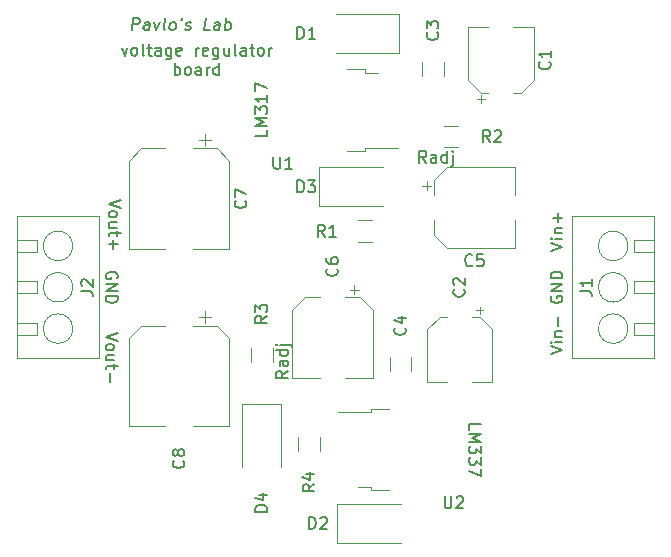
<source format=gbr>
%TF.GenerationSoftware,KiCad,Pcbnew,(5.1.6-0)*%
%TF.CreationDate,2024-01-11T20:35:38-08:00*%
%TF.ProjectId,psu_15V_reg,7073755f-3135-4565-9f72-65672e6b6963,1.0*%
%TF.SameCoordinates,Original*%
%TF.FileFunction,Legend,Top*%
%TF.FilePolarity,Positive*%
%FSLAX46Y46*%
G04 Gerber Fmt 4.6, Leading zero omitted, Abs format (unit mm)*
G04 Created by KiCad (PCBNEW (5.1.6-0)) date 2024-01-11 20:35:38*
%MOMM*%
%LPD*%
G01*
G04 APERTURE LIST*
%ADD10C,0.150000*%
%ADD11C,0.120000*%
G04 APERTURE END LIST*
D10*
X143797619Y-114559523D02*
X143797619Y-114083333D01*
X144797619Y-114083333D01*
X143797619Y-114892857D02*
X144797619Y-114892857D01*
X144083333Y-115226190D01*
X144797619Y-115559523D01*
X143797619Y-115559523D01*
X144797619Y-115940476D02*
X144797619Y-116559523D01*
X144416666Y-116226190D01*
X144416666Y-116369047D01*
X144369047Y-116464285D01*
X144321428Y-116511904D01*
X144226190Y-116559523D01*
X143988095Y-116559523D01*
X143892857Y-116511904D01*
X143845238Y-116464285D01*
X143797619Y-116369047D01*
X143797619Y-116083333D01*
X143845238Y-115988095D01*
X143892857Y-115940476D01*
X144797619Y-116892857D02*
X144797619Y-117511904D01*
X144416666Y-117178571D01*
X144416666Y-117321428D01*
X144369047Y-117416666D01*
X144321428Y-117464285D01*
X144226190Y-117511904D01*
X143988095Y-117511904D01*
X143892857Y-117464285D01*
X143845238Y-117416666D01*
X143797619Y-117321428D01*
X143797619Y-117035714D01*
X143845238Y-116940476D01*
X143892857Y-116892857D01*
X144797619Y-117845238D02*
X144797619Y-118511904D01*
X143797619Y-118083333D01*
X126702380Y-89190476D02*
X126702380Y-89666666D01*
X125702380Y-89666666D01*
X126702380Y-88857142D02*
X125702380Y-88857142D01*
X126416666Y-88523809D01*
X125702380Y-88190476D01*
X126702380Y-88190476D01*
X125702380Y-87809523D02*
X125702380Y-87190476D01*
X126083333Y-87523809D01*
X126083333Y-87380952D01*
X126130952Y-87285714D01*
X126178571Y-87238095D01*
X126273809Y-87190476D01*
X126511904Y-87190476D01*
X126607142Y-87238095D01*
X126654761Y-87285714D01*
X126702380Y-87380952D01*
X126702380Y-87666666D01*
X126654761Y-87761904D01*
X126607142Y-87809523D01*
X126702380Y-86238095D02*
X126702380Y-86809523D01*
X126702380Y-86523809D02*
X125702380Y-86523809D01*
X125845238Y-86619047D01*
X125940476Y-86714285D01*
X125988095Y-86809523D01*
X125702380Y-85904761D02*
X125702380Y-85238095D01*
X126702380Y-85666666D01*
X140166666Y-91952380D02*
X139833333Y-91476190D01*
X139595238Y-91952380D02*
X139595238Y-90952380D01*
X139976190Y-90952380D01*
X140071428Y-91000000D01*
X140119047Y-91047619D01*
X140166666Y-91142857D01*
X140166666Y-91285714D01*
X140119047Y-91380952D01*
X140071428Y-91428571D01*
X139976190Y-91476190D01*
X139595238Y-91476190D01*
X141023809Y-91952380D02*
X141023809Y-91428571D01*
X140976190Y-91333333D01*
X140880952Y-91285714D01*
X140690476Y-91285714D01*
X140595238Y-91333333D01*
X141023809Y-91904761D02*
X140928571Y-91952380D01*
X140690476Y-91952380D01*
X140595238Y-91904761D01*
X140547619Y-91809523D01*
X140547619Y-91714285D01*
X140595238Y-91619047D01*
X140690476Y-91571428D01*
X140928571Y-91571428D01*
X141023809Y-91523809D01*
X141928571Y-91952380D02*
X141928571Y-90952380D01*
X141928571Y-91904761D02*
X141833333Y-91952380D01*
X141642857Y-91952380D01*
X141547619Y-91904761D01*
X141500000Y-91857142D01*
X141452380Y-91761904D01*
X141452380Y-91476190D01*
X141500000Y-91380952D01*
X141547619Y-91333333D01*
X141642857Y-91285714D01*
X141833333Y-91285714D01*
X141928571Y-91333333D01*
X142404761Y-91285714D02*
X142404761Y-92142857D01*
X142357142Y-92238095D01*
X142261904Y-92285714D01*
X142214285Y-92285714D01*
X142404761Y-90952380D02*
X142357142Y-91000000D01*
X142404761Y-91047619D01*
X142452380Y-91000000D01*
X142404761Y-90952380D01*
X142404761Y-91047619D01*
X128452380Y-109583333D02*
X127976190Y-109916666D01*
X128452380Y-110154761D02*
X127452380Y-110154761D01*
X127452380Y-109773809D01*
X127500000Y-109678571D01*
X127547619Y-109630952D01*
X127642857Y-109583333D01*
X127785714Y-109583333D01*
X127880952Y-109630952D01*
X127928571Y-109678571D01*
X127976190Y-109773809D01*
X127976190Y-110154761D01*
X128452380Y-108726190D02*
X127928571Y-108726190D01*
X127833333Y-108773809D01*
X127785714Y-108869047D01*
X127785714Y-109059523D01*
X127833333Y-109154761D01*
X128404761Y-108726190D02*
X128452380Y-108821428D01*
X128452380Y-109059523D01*
X128404761Y-109154761D01*
X128309523Y-109202380D01*
X128214285Y-109202380D01*
X128119047Y-109154761D01*
X128071428Y-109059523D01*
X128071428Y-108821428D01*
X128023809Y-108726190D01*
X128452380Y-107821428D02*
X127452380Y-107821428D01*
X128404761Y-107821428D02*
X128452380Y-107916666D01*
X128452380Y-108107142D01*
X128404761Y-108202380D01*
X128357142Y-108250000D01*
X128261904Y-108297619D01*
X127976190Y-108297619D01*
X127880952Y-108250000D01*
X127833333Y-108202380D01*
X127785714Y-108107142D01*
X127785714Y-107916666D01*
X127833333Y-107821428D01*
X127785714Y-107345238D02*
X128642857Y-107345238D01*
X128738095Y-107392857D01*
X128785714Y-107488095D01*
X128785714Y-107535714D01*
X127452380Y-107345238D02*
X127500000Y-107392857D01*
X127547619Y-107345238D01*
X127500000Y-107297619D01*
X127452380Y-107345238D01*
X127547619Y-107345238D01*
X114047619Y-106357142D02*
X113047619Y-106690476D01*
X114047619Y-107023809D01*
X113047619Y-107500000D02*
X113095238Y-107404761D01*
X113142857Y-107357142D01*
X113238095Y-107309523D01*
X113523809Y-107309523D01*
X113619047Y-107357142D01*
X113666666Y-107404761D01*
X113714285Y-107500000D01*
X113714285Y-107642857D01*
X113666666Y-107738095D01*
X113619047Y-107785714D01*
X113523809Y-107833333D01*
X113238095Y-107833333D01*
X113142857Y-107785714D01*
X113095238Y-107738095D01*
X113047619Y-107642857D01*
X113047619Y-107500000D01*
X113714285Y-108690476D02*
X113047619Y-108690476D01*
X113714285Y-108261904D02*
X113190476Y-108261904D01*
X113095238Y-108309523D01*
X113047619Y-108404761D01*
X113047619Y-108547619D01*
X113095238Y-108642857D01*
X113142857Y-108690476D01*
X113714285Y-109023809D02*
X113714285Y-109404761D01*
X114047619Y-109166666D02*
X113190476Y-109166666D01*
X113095238Y-109214285D01*
X113047619Y-109309523D01*
X113047619Y-109404761D01*
X113428571Y-109738095D02*
X113428571Y-110500000D01*
X114297619Y-95107142D02*
X113297619Y-95440476D01*
X114297619Y-95773809D01*
X113297619Y-96250000D02*
X113345238Y-96154761D01*
X113392857Y-96107142D01*
X113488095Y-96059523D01*
X113773809Y-96059523D01*
X113869047Y-96107142D01*
X113916666Y-96154761D01*
X113964285Y-96250000D01*
X113964285Y-96392857D01*
X113916666Y-96488095D01*
X113869047Y-96535714D01*
X113773809Y-96583333D01*
X113488095Y-96583333D01*
X113392857Y-96535714D01*
X113345238Y-96488095D01*
X113297619Y-96392857D01*
X113297619Y-96250000D01*
X113964285Y-97440476D02*
X113297619Y-97440476D01*
X113964285Y-97011904D02*
X113440476Y-97011904D01*
X113345238Y-97059523D01*
X113297619Y-97154761D01*
X113297619Y-97297619D01*
X113345238Y-97392857D01*
X113392857Y-97440476D01*
X113964285Y-97773809D02*
X113964285Y-98154761D01*
X114297619Y-97916666D02*
X113440476Y-97916666D01*
X113345238Y-97964285D01*
X113297619Y-98059523D01*
X113297619Y-98154761D01*
X113678571Y-98488095D02*
X113678571Y-99250000D01*
X113297619Y-98869047D02*
X114059523Y-98869047D01*
X114000000Y-101738095D02*
X114047619Y-101642857D01*
X114047619Y-101500000D01*
X114000000Y-101357142D01*
X113904761Y-101261904D01*
X113809523Y-101214285D01*
X113619047Y-101166666D01*
X113476190Y-101166666D01*
X113285714Y-101214285D01*
X113190476Y-101261904D01*
X113095238Y-101357142D01*
X113047619Y-101500000D01*
X113047619Y-101595238D01*
X113095238Y-101738095D01*
X113142857Y-101785714D01*
X113476190Y-101785714D01*
X113476190Y-101595238D01*
X113047619Y-102214285D02*
X114047619Y-102214285D01*
X113047619Y-102785714D01*
X114047619Y-102785714D01*
X113047619Y-103261904D02*
X114047619Y-103261904D01*
X114047619Y-103500000D01*
X114000000Y-103642857D01*
X113904761Y-103738095D01*
X113809523Y-103785714D01*
X113619047Y-103833333D01*
X113476190Y-103833333D01*
X113285714Y-103785714D01*
X113190476Y-103738095D01*
X113095238Y-103642857D01*
X113047619Y-103500000D01*
X113047619Y-103261904D01*
X150702380Y-99392857D02*
X151702380Y-99059523D01*
X150702380Y-98726190D01*
X151702380Y-98392857D02*
X151035714Y-98392857D01*
X150702380Y-98392857D02*
X150750000Y-98440476D01*
X150797619Y-98392857D01*
X150750000Y-98345238D01*
X150702380Y-98392857D01*
X150797619Y-98392857D01*
X151035714Y-97916666D02*
X151702380Y-97916666D01*
X151130952Y-97916666D02*
X151083333Y-97869047D01*
X151035714Y-97773809D01*
X151035714Y-97630952D01*
X151083333Y-97535714D01*
X151178571Y-97488095D01*
X151702380Y-97488095D01*
X151321428Y-97011904D02*
X151321428Y-96250000D01*
X151702380Y-96630952D02*
X150940476Y-96630952D01*
X150702380Y-108142857D02*
X151702380Y-107809523D01*
X150702380Y-107476190D01*
X151702380Y-107142857D02*
X151035714Y-107142857D01*
X150702380Y-107142857D02*
X150750000Y-107190476D01*
X150797619Y-107142857D01*
X150750000Y-107095238D01*
X150702380Y-107142857D01*
X150797619Y-107142857D01*
X151035714Y-106666666D02*
X151702380Y-106666666D01*
X151130952Y-106666666D02*
X151083333Y-106619047D01*
X151035714Y-106523809D01*
X151035714Y-106380952D01*
X151083333Y-106285714D01*
X151178571Y-106238095D01*
X151702380Y-106238095D01*
X151321428Y-105761904D02*
X151321428Y-105000000D01*
X150750000Y-103261904D02*
X150702380Y-103357142D01*
X150702380Y-103500000D01*
X150750000Y-103642857D01*
X150845238Y-103738095D01*
X150940476Y-103785714D01*
X151130952Y-103833333D01*
X151273809Y-103833333D01*
X151464285Y-103785714D01*
X151559523Y-103738095D01*
X151654761Y-103642857D01*
X151702380Y-103500000D01*
X151702380Y-103404761D01*
X151654761Y-103261904D01*
X151607142Y-103214285D01*
X151273809Y-103214285D01*
X151273809Y-103404761D01*
X151702380Y-102785714D02*
X150702380Y-102785714D01*
X151702380Y-102214285D01*
X150702380Y-102214285D01*
X151702380Y-101738095D02*
X150702380Y-101738095D01*
X150702380Y-101500000D01*
X150750000Y-101357142D01*
X150845238Y-101261904D01*
X150940476Y-101214285D01*
X151130952Y-101166666D01*
X151273809Y-101166666D01*
X151464285Y-101214285D01*
X151559523Y-101261904D01*
X151654761Y-101357142D01*
X151702380Y-101500000D01*
X151702380Y-101738095D01*
X114392857Y-82210714D02*
X114630952Y-82877380D01*
X114869047Y-82210714D01*
X115392857Y-82877380D02*
X115297619Y-82829761D01*
X115250000Y-82782142D01*
X115202380Y-82686904D01*
X115202380Y-82401190D01*
X115250000Y-82305952D01*
X115297619Y-82258333D01*
X115392857Y-82210714D01*
X115535714Y-82210714D01*
X115630952Y-82258333D01*
X115678571Y-82305952D01*
X115726190Y-82401190D01*
X115726190Y-82686904D01*
X115678571Y-82782142D01*
X115630952Y-82829761D01*
X115535714Y-82877380D01*
X115392857Y-82877380D01*
X116297619Y-82877380D02*
X116202380Y-82829761D01*
X116154761Y-82734523D01*
X116154761Y-81877380D01*
X116535714Y-82210714D02*
X116916666Y-82210714D01*
X116678571Y-81877380D02*
X116678571Y-82734523D01*
X116726190Y-82829761D01*
X116821428Y-82877380D01*
X116916666Y-82877380D01*
X117678571Y-82877380D02*
X117678571Y-82353571D01*
X117630952Y-82258333D01*
X117535714Y-82210714D01*
X117345238Y-82210714D01*
X117250000Y-82258333D01*
X117678571Y-82829761D02*
X117583333Y-82877380D01*
X117345238Y-82877380D01*
X117250000Y-82829761D01*
X117202380Y-82734523D01*
X117202380Y-82639285D01*
X117250000Y-82544047D01*
X117345238Y-82496428D01*
X117583333Y-82496428D01*
X117678571Y-82448809D01*
X118583333Y-82210714D02*
X118583333Y-83020238D01*
X118535714Y-83115476D01*
X118488095Y-83163095D01*
X118392857Y-83210714D01*
X118250000Y-83210714D01*
X118154761Y-83163095D01*
X118583333Y-82829761D02*
X118488095Y-82877380D01*
X118297619Y-82877380D01*
X118202380Y-82829761D01*
X118154761Y-82782142D01*
X118107142Y-82686904D01*
X118107142Y-82401190D01*
X118154761Y-82305952D01*
X118202380Y-82258333D01*
X118297619Y-82210714D01*
X118488095Y-82210714D01*
X118583333Y-82258333D01*
X119440476Y-82829761D02*
X119345238Y-82877380D01*
X119154761Y-82877380D01*
X119059523Y-82829761D01*
X119011904Y-82734523D01*
X119011904Y-82353571D01*
X119059523Y-82258333D01*
X119154761Y-82210714D01*
X119345238Y-82210714D01*
X119440476Y-82258333D01*
X119488095Y-82353571D01*
X119488095Y-82448809D01*
X119011904Y-82544047D01*
X120678571Y-82877380D02*
X120678571Y-82210714D01*
X120678571Y-82401190D02*
X120726190Y-82305952D01*
X120773809Y-82258333D01*
X120869047Y-82210714D01*
X120964285Y-82210714D01*
X121678571Y-82829761D02*
X121583333Y-82877380D01*
X121392857Y-82877380D01*
X121297619Y-82829761D01*
X121250000Y-82734523D01*
X121250000Y-82353571D01*
X121297619Y-82258333D01*
X121392857Y-82210714D01*
X121583333Y-82210714D01*
X121678571Y-82258333D01*
X121726190Y-82353571D01*
X121726190Y-82448809D01*
X121250000Y-82544047D01*
X122583333Y-82210714D02*
X122583333Y-83020238D01*
X122535714Y-83115476D01*
X122488095Y-83163095D01*
X122392857Y-83210714D01*
X122250000Y-83210714D01*
X122154761Y-83163095D01*
X122583333Y-82829761D02*
X122488095Y-82877380D01*
X122297619Y-82877380D01*
X122202380Y-82829761D01*
X122154761Y-82782142D01*
X122107142Y-82686904D01*
X122107142Y-82401190D01*
X122154761Y-82305952D01*
X122202380Y-82258333D01*
X122297619Y-82210714D01*
X122488095Y-82210714D01*
X122583333Y-82258333D01*
X123488095Y-82210714D02*
X123488095Y-82877380D01*
X123059523Y-82210714D02*
X123059523Y-82734523D01*
X123107142Y-82829761D01*
X123202380Y-82877380D01*
X123345238Y-82877380D01*
X123440476Y-82829761D01*
X123488095Y-82782142D01*
X124107142Y-82877380D02*
X124011904Y-82829761D01*
X123964285Y-82734523D01*
X123964285Y-81877380D01*
X124916666Y-82877380D02*
X124916666Y-82353571D01*
X124869047Y-82258333D01*
X124773809Y-82210714D01*
X124583333Y-82210714D01*
X124488095Y-82258333D01*
X124916666Y-82829761D02*
X124821428Y-82877380D01*
X124583333Y-82877380D01*
X124488095Y-82829761D01*
X124440476Y-82734523D01*
X124440476Y-82639285D01*
X124488095Y-82544047D01*
X124583333Y-82496428D01*
X124821428Y-82496428D01*
X124916666Y-82448809D01*
X125250000Y-82210714D02*
X125630952Y-82210714D01*
X125392857Y-81877380D02*
X125392857Y-82734523D01*
X125440476Y-82829761D01*
X125535714Y-82877380D01*
X125630952Y-82877380D01*
X126107142Y-82877380D02*
X126011904Y-82829761D01*
X125964285Y-82782142D01*
X125916666Y-82686904D01*
X125916666Y-82401190D01*
X125964285Y-82305952D01*
X126011904Y-82258333D01*
X126107142Y-82210714D01*
X126250000Y-82210714D01*
X126345238Y-82258333D01*
X126392857Y-82305952D01*
X126440476Y-82401190D01*
X126440476Y-82686904D01*
X126392857Y-82782142D01*
X126345238Y-82829761D01*
X126250000Y-82877380D01*
X126107142Y-82877380D01*
X126869047Y-82877380D02*
X126869047Y-82210714D01*
X126869047Y-82401190D02*
X126916666Y-82305952D01*
X126964285Y-82258333D01*
X127059523Y-82210714D01*
X127154761Y-82210714D01*
X118869047Y-84527380D02*
X118869047Y-83527380D01*
X118869047Y-83908333D02*
X118964285Y-83860714D01*
X119154761Y-83860714D01*
X119250000Y-83908333D01*
X119297619Y-83955952D01*
X119345238Y-84051190D01*
X119345238Y-84336904D01*
X119297619Y-84432142D01*
X119250000Y-84479761D01*
X119154761Y-84527380D01*
X118964285Y-84527380D01*
X118869047Y-84479761D01*
X119916666Y-84527380D02*
X119821428Y-84479761D01*
X119773809Y-84432142D01*
X119726190Y-84336904D01*
X119726190Y-84051190D01*
X119773809Y-83955952D01*
X119821428Y-83908333D01*
X119916666Y-83860714D01*
X120059523Y-83860714D01*
X120154761Y-83908333D01*
X120202380Y-83955952D01*
X120250000Y-84051190D01*
X120250000Y-84336904D01*
X120202380Y-84432142D01*
X120154761Y-84479761D01*
X120059523Y-84527380D01*
X119916666Y-84527380D01*
X121107142Y-84527380D02*
X121107142Y-84003571D01*
X121059523Y-83908333D01*
X120964285Y-83860714D01*
X120773809Y-83860714D01*
X120678571Y-83908333D01*
X121107142Y-84479761D02*
X121011904Y-84527380D01*
X120773809Y-84527380D01*
X120678571Y-84479761D01*
X120630952Y-84384523D01*
X120630952Y-84289285D01*
X120678571Y-84194047D01*
X120773809Y-84146428D01*
X121011904Y-84146428D01*
X121107142Y-84098809D01*
X121583333Y-84527380D02*
X121583333Y-83860714D01*
X121583333Y-84051190D02*
X121630952Y-83955952D01*
X121678571Y-83908333D01*
X121773809Y-83860714D01*
X121869047Y-83860714D01*
X122630952Y-84527380D02*
X122630952Y-83527380D01*
X122630952Y-84479761D02*
X122535714Y-84527380D01*
X122345238Y-84527380D01*
X122250000Y-84479761D01*
X122202380Y-84432142D01*
X122154761Y-84336904D01*
X122154761Y-84051190D01*
X122202380Y-83955952D01*
X122250000Y-83908333D01*
X122345238Y-83860714D01*
X122535714Y-83860714D01*
X122630952Y-83908333D01*
X115257157Y-80702380D02*
X115382157Y-79702380D01*
X115763110Y-79702380D01*
X115852395Y-79750000D01*
X115894062Y-79797619D01*
X115929776Y-79892857D01*
X115911919Y-80035714D01*
X115852395Y-80130952D01*
X115798824Y-80178571D01*
X115697633Y-80226190D01*
X115316681Y-80226190D01*
X116685729Y-80702380D02*
X116751205Y-80178571D01*
X116715491Y-80083333D01*
X116626205Y-80035714D01*
X116435729Y-80035714D01*
X116334538Y-80083333D01*
X116691681Y-80654761D02*
X116590491Y-80702380D01*
X116352395Y-80702380D01*
X116263110Y-80654761D01*
X116227395Y-80559523D01*
X116239300Y-80464285D01*
X116298824Y-80369047D01*
X116400014Y-80321428D01*
X116638110Y-80321428D01*
X116739300Y-80273809D01*
X117150014Y-80035714D02*
X117304776Y-80702380D01*
X117626205Y-80035714D01*
X118066681Y-80702380D02*
X117977395Y-80654761D01*
X117941681Y-80559523D01*
X118048824Y-79702380D01*
X118590491Y-80702380D02*
X118501205Y-80654761D01*
X118459538Y-80607142D01*
X118423824Y-80511904D01*
X118459538Y-80226190D01*
X118519062Y-80130952D01*
X118572633Y-80083333D01*
X118673824Y-80035714D01*
X118816681Y-80035714D01*
X118905967Y-80083333D01*
X118947633Y-80130952D01*
X118983348Y-80226190D01*
X118947633Y-80511904D01*
X118888110Y-80607142D01*
X118834538Y-80654761D01*
X118733348Y-80702380D01*
X118590491Y-80702380D01*
X119525014Y-79702380D02*
X119519062Y-79750000D01*
X119459538Y-79845238D01*
X119405967Y-79892857D01*
X119786919Y-80654761D02*
X119876205Y-80702380D01*
X120066681Y-80702380D01*
X120167872Y-80654761D01*
X120227395Y-80559523D01*
X120233348Y-80511904D01*
X120197633Y-80416666D01*
X120108348Y-80369047D01*
X119965491Y-80369047D01*
X119876205Y-80321428D01*
X119840491Y-80226190D01*
X119846443Y-80178571D01*
X119905967Y-80083333D01*
X120007157Y-80035714D01*
X120150014Y-80035714D01*
X120239300Y-80083333D01*
X121876205Y-80702380D02*
X121400014Y-80702380D01*
X121525014Y-79702380D01*
X122638110Y-80702380D02*
X122703586Y-80178571D01*
X122667872Y-80083333D01*
X122578586Y-80035714D01*
X122388110Y-80035714D01*
X122286919Y-80083333D01*
X122644062Y-80654761D02*
X122542872Y-80702380D01*
X122304776Y-80702380D01*
X122215491Y-80654761D01*
X122179776Y-80559523D01*
X122191681Y-80464285D01*
X122251205Y-80369047D01*
X122352395Y-80321428D01*
X122590491Y-80321428D01*
X122691681Y-80273809D01*
X123114300Y-80702380D02*
X123239300Y-79702380D01*
X123191681Y-80083333D02*
X123292872Y-80035714D01*
X123483348Y-80035714D01*
X123572633Y-80083333D01*
X123614300Y-80130952D01*
X123650014Y-80226190D01*
X123614300Y-80511904D01*
X123554776Y-80607142D01*
X123501205Y-80654761D01*
X123400014Y-80702380D01*
X123209538Y-80702380D01*
X123120252Y-80654761D01*
D11*
%TO.C,C2*%
X144997500Y-104437500D02*
X144372500Y-104437500D01*
X144685000Y-104125000D02*
X144685000Y-104750000D01*
X141304437Y-104990000D02*
X140240000Y-106054437D01*
X144695563Y-104990000D02*
X145760000Y-106054437D01*
X144695563Y-104990000D02*
X144060000Y-104990000D01*
X141304437Y-104990000D02*
X141940000Y-104990000D01*
X140240000Y-106054437D02*
X140240000Y-110510000D01*
X145760000Y-106054437D02*
X145760000Y-110510000D01*
X145760000Y-110510000D02*
X144060000Y-110510000D01*
X140240000Y-110510000D02*
X141940000Y-110510000D01*
%TO.C,C1*%
X144502500Y-86562500D02*
X145127500Y-86562500D01*
X144815000Y-86875000D02*
X144815000Y-86250000D01*
X148195563Y-86010000D02*
X149260000Y-84945563D01*
X144804437Y-86010000D02*
X143740000Y-84945563D01*
X144804437Y-86010000D02*
X145440000Y-86010000D01*
X148195563Y-86010000D02*
X147560000Y-86010000D01*
X149260000Y-84945563D02*
X149260000Y-80490000D01*
X143740000Y-84945563D02*
X143740000Y-80490000D01*
X143740000Y-80490000D02*
X145440000Y-80490000D01*
X149260000Y-80490000D02*
X147560000Y-80490000D01*
%TO.C,R4*%
X131160000Y-115147936D02*
X131160000Y-116352064D01*
X129340000Y-115147936D02*
X129340000Y-116352064D01*
%TO.C,R3*%
X127160000Y-107647936D02*
X127160000Y-108852064D01*
X125340000Y-107647936D02*
X125340000Y-108852064D01*
%TO.C,R2*%
X141647936Y-88840000D02*
X142852064Y-88840000D01*
X141647936Y-90660000D02*
X142852064Y-90660000D01*
%TO.C,R1*%
X134397936Y-96840000D02*
X135602064Y-96840000D01*
X134397936Y-98660000D02*
X135602064Y-98660000D01*
%TO.C,C4*%
X138910000Y-108397936D02*
X138910000Y-109602064D01*
X137090000Y-108397936D02*
X137090000Y-109602064D01*
%TO.C,C3*%
X139840000Y-84602064D02*
X139840000Y-83397936D01*
X141660000Y-84602064D02*
X141660000Y-83397936D01*
%TO.C,U2*%
X137030000Y-112800000D02*
X135530000Y-112800000D01*
X135530000Y-112800000D02*
X135530000Y-113070000D01*
X135530000Y-113070000D02*
X132700000Y-113070000D01*
X137030000Y-119700000D02*
X135530000Y-119700000D01*
X135530000Y-119700000D02*
X135530000Y-119430000D01*
X135530000Y-119430000D02*
X134430000Y-119430000D01*
%TO.C,U1*%
X133470000Y-90950000D02*
X134970000Y-90950000D01*
X134970000Y-90950000D02*
X134970000Y-90680000D01*
X134970000Y-90680000D02*
X137800000Y-90680000D01*
X133470000Y-84050000D02*
X134970000Y-84050000D01*
X134970000Y-84050000D02*
X134970000Y-84320000D01*
X134970000Y-84320000D02*
X136070000Y-84320000D01*
%TO.C,J2*%
X107250000Y-106500000D02*
X105500000Y-106500000D01*
X107250000Y-105500000D02*
X107250000Y-106500000D01*
X105500000Y-105500000D02*
X107250000Y-105500000D01*
X107250000Y-103000000D02*
X105500000Y-103000000D01*
X107250000Y-102000000D02*
X107250000Y-103000000D01*
X105500000Y-102000000D02*
X107250000Y-102000000D01*
X107250000Y-98500000D02*
X105500000Y-98500000D01*
X107250000Y-99500000D02*
X105500000Y-99500000D01*
X107250000Y-98500000D02*
X107250000Y-99500000D01*
X110250000Y-99000000D02*
G75*
G03*
X110250000Y-99000000I-1250000J0D01*
G01*
X110250000Y-102500000D02*
G75*
G03*
X110250000Y-102500000I-1250000J0D01*
G01*
X110250000Y-106000000D02*
G75*
G03*
X110250000Y-106000000I-1250000J0D01*
G01*
X112500000Y-108500000D02*
X112500000Y-96500000D01*
X105500000Y-108500000D02*
X105500000Y-96500000D01*
X112500000Y-96500000D02*
X105500000Y-96500000D01*
X112500000Y-108500000D02*
X105500000Y-108500000D01*
%TO.C,J1*%
X157750000Y-98500000D02*
X159500000Y-98500000D01*
X157750000Y-99500000D02*
X157750000Y-98500000D01*
X159500000Y-99500000D02*
X157750000Y-99500000D01*
X157750000Y-102000000D02*
X159500000Y-102000000D01*
X157750000Y-103000000D02*
X157750000Y-102000000D01*
X159500000Y-103000000D02*
X157750000Y-103000000D01*
X157750000Y-106500000D02*
X159500000Y-106500000D01*
X157750000Y-105500000D02*
X159500000Y-105500000D01*
X157750000Y-106500000D02*
X157750000Y-105500000D01*
X157250000Y-106000000D02*
G75*
G03*
X157250000Y-106000000I-1250000J0D01*
G01*
X157250000Y-102500000D02*
G75*
G03*
X157250000Y-102500000I-1250000J0D01*
G01*
X157250000Y-99000000D02*
G75*
G03*
X157250000Y-99000000I-1250000J0D01*
G01*
X152500000Y-96500000D02*
X152500000Y-108500000D01*
X159500000Y-96500000D02*
X159500000Y-108500000D01*
X152500000Y-108500000D02*
X159500000Y-108500000D01*
X152500000Y-96500000D02*
X159500000Y-96500000D01*
%TO.C,D4*%
X127900000Y-112350000D02*
X124600000Y-112350000D01*
X124600000Y-112350000D02*
X124600000Y-117750000D01*
X127900000Y-112350000D02*
X127900000Y-117750000D01*
%TO.C,D3*%
X131100000Y-92350000D02*
X131100000Y-95650000D01*
X131100000Y-95650000D02*
X136500000Y-95650000D01*
X131100000Y-92350000D02*
X136500000Y-92350000D01*
%TO.C,D2*%
X132600000Y-120850000D02*
X132600000Y-124150000D01*
X132600000Y-124150000D02*
X138000000Y-124150000D01*
X132600000Y-120850000D02*
X138000000Y-120850000D01*
%TO.C,D1*%
X137900000Y-82650000D02*
X137900000Y-79350000D01*
X137900000Y-79350000D02*
X132500000Y-79350000D01*
X137900000Y-82650000D02*
X132500000Y-82650000D01*
%TO.C,C8*%
X114990000Y-114260000D02*
X118040000Y-114260000D01*
X123510000Y-114260000D02*
X120460000Y-114260000D01*
X123510000Y-106804437D02*
X123510000Y-114260000D01*
X114990000Y-106804437D02*
X114990000Y-114260000D01*
X116054437Y-105740000D02*
X118040000Y-105740000D01*
X122445563Y-105740000D02*
X120460000Y-105740000D01*
X122445563Y-105740000D02*
X123510000Y-106804437D01*
X116054437Y-105740000D02*
X114990000Y-106804437D01*
X121460000Y-104500000D02*
X121460000Y-105500000D01*
X121960000Y-105000000D02*
X120960000Y-105000000D01*
%TO.C,C7*%
X114990000Y-99260000D02*
X118040000Y-99260000D01*
X123510000Y-99260000D02*
X120460000Y-99260000D01*
X123510000Y-91804437D02*
X123510000Y-99260000D01*
X114990000Y-91804437D02*
X114990000Y-99260000D01*
X116054437Y-90740000D02*
X118040000Y-90740000D01*
X122445563Y-90740000D02*
X120460000Y-90740000D01*
X122445563Y-90740000D02*
X123510000Y-91804437D01*
X116054437Y-90740000D02*
X114990000Y-91804437D01*
X121460000Y-89500000D02*
X121460000Y-90500000D01*
X121960000Y-90000000D02*
X120960000Y-90000000D01*
%TO.C,C6*%
X128840000Y-110160000D02*
X131190000Y-110160000D01*
X135660000Y-110160000D02*
X133310000Y-110160000D01*
X135660000Y-104404437D02*
X135660000Y-110160000D01*
X128840000Y-104404437D02*
X128840000Y-110160000D01*
X129904437Y-103340000D02*
X131190000Y-103340000D01*
X134595563Y-103340000D02*
X133310000Y-103340000D01*
X134595563Y-103340000D02*
X135660000Y-104404437D01*
X129904437Y-103340000D02*
X128840000Y-104404437D01*
X134097500Y-102312500D02*
X134097500Y-103100000D01*
X134491250Y-102706250D02*
X133703750Y-102706250D01*
%TO.C,C5*%
X147660000Y-99160000D02*
X147660000Y-96810000D01*
X147660000Y-92340000D02*
X147660000Y-94690000D01*
X141904437Y-92340000D02*
X147660000Y-92340000D01*
X141904437Y-99160000D02*
X147660000Y-99160000D01*
X140840000Y-98095563D02*
X140840000Y-96810000D01*
X140840000Y-93404437D02*
X140840000Y-94690000D01*
X140840000Y-93404437D02*
X141904437Y-92340000D01*
X140840000Y-98095563D02*
X141904437Y-99160000D01*
X139812500Y-93902500D02*
X140600000Y-93902500D01*
X140206250Y-93508750D02*
X140206250Y-94296250D01*
%TO.C,C2*%
D10*
X143357142Y-102666666D02*
X143404761Y-102714285D01*
X143452380Y-102857142D01*
X143452380Y-102952380D01*
X143404761Y-103095238D01*
X143309523Y-103190476D01*
X143214285Y-103238095D01*
X143023809Y-103285714D01*
X142880952Y-103285714D01*
X142690476Y-103238095D01*
X142595238Y-103190476D01*
X142500000Y-103095238D01*
X142452380Y-102952380D01*
X142452380Y-102857142D01*
X142500000Y-102714285D01*
X142547619Y-102666666D01*
X142547619Y-102285714D02*
X142500000Y-102238095D01*
X142452380Y-102142857D01*
X142452380Y-101904761D01*
X142500000Y-101809523D01*
X142547619Y-101761904D01*
X142642857Y-101714285D01*
X142738095Y-101714285D01*
X142880952Y-101761904D01*
X143452380Y-102333333D01*
X143452380Y-101714285D01*
%TO.C,C1*%
X150607142Y-83416666D02*
X150654761Y-83464285D01*
X150702380Y-83607142D01*
X150702380Y-83702380D01*
X150654761Y-83845238D01*
X150559523Y-83940476D01*
X150464285Y-83988095D01*
X150273809Y-84035714D01*
X150130952Y-84035714D01*
X149940476Y-83988095D01*
X149845238Y-83940476D01*
X149750000Y-83845238D01*
X149702380Y-83702380D01*
X149702380Y-83607142D01*
X149750000Y-83464285D01*
X149797619Y-83416666D01*
X150702380Y-82464285D02*
X150702380Y-83035714D01*
X150702380Y-82750000D02*
X149702380Y-82750000D01*
X149845238Y-82845238D01*
X149940476Y-82940476D01*
X149988095Y-83035714D01*
%TO.C,R4*%
X130702380Y-119166666D02*
X130226190Y-119500000D01*
X130702380Y-119738095D02*
X129702380Y-119738095D01*
X129702380Y-119357142D01*
X129750000Y-119261904D01*
X129797619Y-119214285D01*
X129892857Y-119166666D01*
X130035714Y-119166666D01*
X130130952Y-119214285D01*
X130178571Y-119261904D01*
X130226190Y-119357142D01*
X130226190Y-119738095D01*
X130035714Y-118309523D02*
X130702380Y-118309523D01*
X129654761Y-118547619D02*
X130369047Y-118785714D01*
X130369047Y-118166666D01*
%TO.C,R3*%
X126702380Y-104916666D02*
X126226190Y-105250000D01*
X126702380Y-105488095D02*
X125702380Y-105488095D01*
X125702380Y-105107142D01*
X125750000Y-105011904D01*
X125797619Y-104964285D01*
X125892857Y-104916666D01*
X126035714Y-104916666D01*
X126130952Y-104964285D01*
X126178571Y-105011904D01*
X126226190Y-105107142D01*
X126226190Y-105488095D01*
X125702380Y-104583333D02*
X125702380Y-103964285D01*
X126083333Y-104297619D01*
X126083333Y-104154761D01*
X126130952Y-104059523D01*
X126178571Y-104011904D01*
X126273809Y-103964285D01*
X126511904Y-103964285D01*
X126607142Y-104011904D01*
X126654761Y-104059523D01*
X126702380Y-104154761D01*
X126702380Y-104440476D01*
X126654761Y-104535714D01*
X126607142Y-104583333D01*
%TO.C,R2*%
X145583333Y-90202380D02*
X145250000Y-89726190D01*
X145011904Y-90202380D02*
X145011904Y-89202380D01*
X145392857Y-89202380D01*
X145488095Y-89250000D01*
X145535714Y-89297619D01*
X145583333Y-89392857D01*
X145583333Y-89535714D01*
X145535714Y-89630952D01*
X145488095Y-89678571D01*
X145392857Y-89726190D01*
X145011904Y-89726190D01*
X145964285Y-89297619D02*
X146011904Y-89250000D01*
X146107142Y-89202380D01*
X146345238Y-89202380D01*
X146440476Y-89250000D01*
X146488095Y-89297619D01*
X146535714Y-89392857D01*
X146535714Y-89488095D01*
X146488095Y-89630952D01*
X145916666Y-90202380D01*
X146535714Y-90202380D01*
%TO.C,R1*%
X131583333Y-98202380D02*
X131250000Y-97726190D01*
X131011904Y-98202380D02*
X131011904Y-97202380D01*
X131392857Y-97202380D01*
X131488095Y-97250000D01*
X131535714Y-97297619D01*
X131583333Y-97392857D01*
X131583333Y-97535714D01*
X131535714Y-97630952D01*
X131488095Y-97678571D01*
X131392857Y-97726190D01*
X131011904Y-97726190D01*
X132535714Y-98202380D02*
X131964285Y-98202380D01*
X132250000Y-98202380D02*
X132250000Y-97202380D01*
X132154761Y-97345238D01*
X132059523Y-97440476D01*
X131964285Y-97488095D01*
%TO.C,C4*%
X138357142Y-105916666D02*
X138404761Y-105964285D01*
X138452380Y-106107142D01*
X138452380Y-106202380D01*
X138404761Y-106345238D01*
X138309523Y-106440476D01*
X138214285Y-106488095D01*
X138023809Y-106535714D01*
X137880952Y-106535714D01*
X137690476Y-106488095D01*
X137595238Y-106440476D01*
X137500000Y-106345238D01*
X137452380Y-106202380D01*
X137452380Y-106107142D01*
X137500000Y-105964285D01*
X137547619Y-105916666D01*
X137785714Y-105059523D02*
X138452380Y-105059523D01*
X137404761Y-105297619D02*
X138119047Y-105535714D01*
X138119047Y-104916666D01*
%TO.C,C3*%
X141107142Y-80916666D02*
X141154761Y-80964285D01*
X141202380Y-81107142D01*
X141202380Y-81202380D01*
X141154761Y-81345238D01*
X141059523Y-81440476D01*
X140964285Y-81488095D01*
X140773809Y-81535714D01*
X140630952Y-81535714D01*
X140440476Y-81488095D01*
X140345238Y-81440476D01*
X140250000Y-81345238D01*
X140202380Y-81202380D01*
X140202380Y-81107142D01*
X140250000Y-80964285D01*
X140297619Y-80916666D01*
X140202380Y-80583333D02*
X140202380Y-79964285D01*
X140583333Y-80297619D01*
X140583333Y-80154761D01*
X140630952Y-80059523D01*
X140678571Y-80011904D01*
X140773809Y-79964285D01*
X141011904Y-79964285D01*
X141107142Y-80011904D01*
X141154761Y-80059523D01*
X141202380Y-80154761D01*
X141202380Y-80440476D01*
X141154761Y-80535714D01*
X141107142Y-80583333D01*
%TO.C,U2*%
X141738095Y-120202380D02*
X141738095Y-121011904D01*
X141785714Y-121107142D01*
X141833333Y-121154761D01*
X141928571Y-121202380D01*
X142119047Y-121202380D01*
X142214285Y-121154761D01*
X142261904Y-121107142D01*
X142309523Y-121011904D01*
X142309523Y-120202380D01*
X142738095Y-120297619D02*
X142785714Y-120250000D01*
X142880952Y-120202380D01*
X143119047Y-120202380D01*
X143214285Y-120250000D01*
X143261904Y-120297619D01*
X143309523Y-120392857D01*
X143309523Y-120488095D01*
X143261904Y-120630952D01*
X142690476Y-121202380D01*
X143309523Y-121202380D01*
%TO.C,U1*%
X127238095Y-91452380D02*
X127238095Y-92261904D01*
X127285714Y-92357142D01*
X127333333Y-92404761D01*
X127428571Y-92452380D01*
X127619047Y-92452380D01*
X127714285Y-92404761D01*
X127761904Y-92357142D01*
X127809523Y-92261904D01*
X127809523Y-91452380D01*
X128809523Y-92452380D02*
X128238095Y-92452380D01*
X128523809Y-92452380D02*
X128523809Y-91452380D01*
X128428571Y-91595238D01*
X128333333Y-91690476D01*
X128238095Y-91738095D01*
%TO.C,J2*%
X110952380Y-102833333D02*
X111666666Y-102833333D01*
X111809523Y-102880952D01*
X111904761Y-102976190D01*
X111952380Y-103119047D01*
X111952380Y-103214285D01*
X111047619Y-102404761D02*
X111000000Y-102357142D01*
X110952380Y-102261904D01*
X110952380Y-102023809D01*
X111000000Y-101928571D01*
X111047619Y-101880952D01*
X111142857Y-101833333D01*
X111238095Y-101833333D01*
X111380952Y-101880952D01*
X111952380Y-102452380D01*
X111952380Y-101833333D01*
%TO.C,J1*%
X153202380Y-102833333D02*
X153916666Y-102833333D01*
X154059523Y-102880952D01*
X154154761Y-102976190D01*
X154202380Y-103119047D01*
X154202380Y-103214285D01*
X154202380Y-101833333D02*
X154202380Y-102404761D01*
X154202380Y-102119047D02*
X153202380Y-102119047D01*
X153345238Y-102214285D01*
X153440476Y-102309523D01*
X153488095Y-102404761D01*
%TO.C,D4*%
X126702380Y-121488095D02*
X125702380Y-121488095D01*
X125702380Y-121250000D01*
X125750000Y-121107142D01*
X125845238Y-121011904D01*
X125940476Y-120964285D01*
X126130952Y-120916666D01*
X126273809Y-120916666D01*
X126464285Y-120964285D01*
X126559523Y-121011904D01*
X126654761Y-121107142D01*
X126702380Y-121250000D01*
X126702380Y-121488095D01*
X126035714Y-120059523D02*
X126702380Y-120059523D01*
X125654761Y-120297619D02*
X126369047Y-120535714D01*
X126369047Y-119916666D01*
%TO.C,D3*%
X129261904Y-94452380D02*
X129261904Y-93452380D01*
X129500000Y-93452380D01*
X129642857Y-93500000D01*
X129738095Y-93595238D01*
X129785714Y-93690476D01*
X129833333Y-93880952D01*
X129833333Y-94023809D01*
X129785714Y-94214285D01*
X129738095Y-94309523D01*
X129642857Y-94404761D01*
X129500000Y-94452380D01*
X129261904Y-94452380D01*
X130166666Y-93452380D02*
X130785714Y-93452380D01*
X130452380Y-93833333D01*
X130595238Y-93833333D01*
X130690476Y-93880952D01*
X130738095Y-93928571D01*
X130785714Y-94023809D01*
X130785714Y-94261904D01*
X130738095Y-94357142D01*
X130690476Y-94404761D01*
X130595238Y-94452380D01*
X130309523Y-94452380D01*
X130214285Y-94404761D01*
X130166666Y-94357142D01*
%TO.C,D2*%
X130261904Y-122952380D02*
X130261904Y-121952380D01*
X130500000Y-121952380D01*
X130642857Y-122000000D01*
X130738095Y-122095238D01*
X130785714Y-122190476D01*
X130833333Y-122380952D01*
X130833333Y-122523809D01*
X130785714Y-122714285D01*
X130738095Y-122809523D01*
X130642857Y-122904761D01*
X130500000Y-122952380D01*
X130261904Y-122952380D01*
X131214285Y-122047619D02*
X131261904Y-122000000D01*
X131357142Y-121952380D01*
X131595238Y-121952380D01*
X131690476Y-122000000D01*
X131738095Y-122047619D01*
X131785714Y-122142857D01*
X131785714Y-122238095D01*
X131738095Y-122380952D01*
X131166666Y-122952380D01*
X131785714Y-122952380D01*
%TO.C,D1*%
X129261904Y-81452380D02*
X129261904Y-80452380D01*
X129500000Y-80452380D01*
X129642857Y-80500000D01*
X129738095Y-80595238D01*
X129785714Y-80690476D01*
X129833333Y-80880952D01*
X129833333Y-81023809D01*
X129785714Y-81214285D01*
X129738095Y-81309523D01*
X129642857Y-81404761D01*
X129500000Y-81452380D01*
X129261904Y-81452380D01*
X130785714Y-81452380D02*
X130214285Y-81452380D01*
X130500000Y-81452380D02*
X130500000Y-80452380D01*
X130404761Y-80595238D01*
X130309523Y-80690476D01*
X130214285Y-80738095D01*
%TO.C,C8*%
X119607142Y-117166666D02*
X119654761Y-117214285D01*
X119702380Y-117357142D01*
X119702380Y-117452380D01*
X119654761Y-117595238D01*
X119559523Y-117690476D01*
X119464285Y-117738095D01*
X119273809Y-117785714D01*
X119130952Y-117785714D01*
X118940476Y-117738095D01*
X118845238Y-117690476D01*
X118750000Y-117595238D01*
X118702380Y-117452380D01*
X118702380Y-117357142D01*
X118750000Y-117214285D01*
X118797619Y-117166666D01*
X119130952Y-116595238D02*
X119083333Y-116690476D01*
X119035714Y-116738095D01*
X118940476Y-116785714D01*
X118892857Y-116785714D01*
X118797619Y-116738095D01*
X118750000Y-116690476D01*
X118702380Y-116595238D01*
X118702380Y-116404761D01*
X118750000Y-116309523D01*
X118797619Y-116261904D01*
X118892857Y-116214285D01*
X118940476Y-116214285D01*
X119035714Y-116261904D01*
X119083333Y-116309523D01*
X119130952Y-116404761D01*
X119130952Y-116595238D01*
X119178571Y-116690476D01*
X119226190Y-116738095D01*
X119321428Y-116785714D01*
X119511904Y-116785714D01*
X119607142Y-116738095D01*
X119654761Y-116690476D01*
X119702380Y-116595238D01*
X119702380Y-116404761D01*
X119654761Y-116309523D01*
X119607142Y-116261904D01*
X119511904Y-116214285D01*
X119321428Y-116214285D01*
X119226190Y-116261904D01*
X119178571Y-116309523D01*
X119130952Y-116404761D01*
%TO.C,C7*%
X124857142Y-95166666D02*
X124904761Y-95214285D01*
X124952380Y-95357142D01*
X124952380Y-95452380D01*
X124904761Y-95595238D01*
X124809523Y-95690476D01*
X124714285Y-95738095D01*
X124523809Y-95785714D01*
X124380952Y-95785714D01*
X124190476Y-95738095D01*
X124095238Y-95690476D01*
X124000000Y-95595238D01*
X123952380Y-95452380D01*
X123952380Y-95357142D01*
X124000000Y-95214285D01*
X124047619Y-95166666D01*
X123952380Y-94833333D02*
X123952380Y-94166666D01*
X124952380Y-94595238D01*
%TO.C,C6*%
X132607142Y-100916666D02*
X132654761Y-100964285D01*
X132702380Y-101107142D01*
X132702380Y-101202380D01*
X132654761Y-101345238D01*
X132559523Y-101440476D01*
X132464285Y-101488095D01*
X132273809Y-101535714D01*
X132130952Y-101535714D01*
X131940476Y-101488095D01*
X131845238Y-101440476D01*
X131750000Y-101345238D01*
X131702380Y-101202380D01*
X131702380Y-101107142D01*
X131750000Y-100964285D01*
X131797619Y-100916666D01*
X131702380Y-100059523D02*
X131702380Y-100250000D01*
X131750000Y-100345238D01*
X131797619Y-100392857D01*
X131940476Y-100488095D01*
X132130952Y-100535714D01*
X132511904Y-100535714D01*
X132607142Y-100488095D01*
X132654761Y-100440476D01*
X132702380Y-100345238D01*
X132702380Y-100154761D01*
X132654761Y-100059523D01*
X132607142Y-100011904D01*
X132511904Y-99964285D01*
X132273809Y-99964285D01*
X132178571Y-100011904D01*
X132130952Y-100059523D01*
X132083333Y-100154761D01*
X132083333Y-100345238D01*
X132130952Y-100440476D01*
X132178571Y-100488095D01*
X132273809Y-100535714D01*
%TO.C,C5*%
X144083333Y-100607142D02*
X144035714Y-100654761D01*
X143892857Y-100702380D01*
X143797619Y-100702380D01*
X143654761Y-100654761D01*
X143559523Y-100559523D01*
X143511904Y-100464285D01*
X143464285Y-100273809D01*
X143464285Y-100130952D01*
X143511904Y-99940476D01*
X143559523Y-99845238D01*
X143654761Y-99750000D01*
X143797619Y-99702380D01*
X143892857Y-99702380D01*
X144035714Y-99750000D01*
X144083333Y-99797619D01*
X144988095Y-99702380D02*
X144511904Y-99702380D01*
X144464285Y-100178571D01*
X144511904Y-100130952D01*
X144607142Y-100083333D01*
X144845238Y-100083333D01*
X144940476Y-100130952D01*
X144988095Y-100178571D01*
X145035714Y-100273809D01*
X145035714Y-100511904D01*
X144988095Y-100607142D01*
X144940476Y-100654761D01*
X144845238Y-100702380D01*
X144607142Y-100702380D01*
X144511904Y-100654761D01*
X144464285Y-100607142D01*
%TD*%
M02*

</source>
